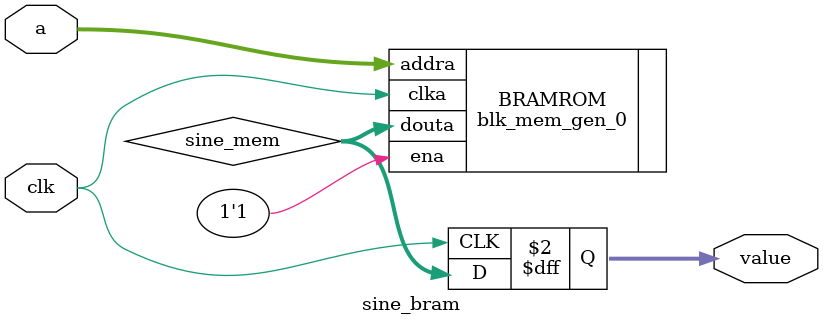
<source format=v>
`timescale 1ns / 1ps


module sine_bram(
    input clk,
    input [32:0] a,
    output reg [32:0] value
    );
    wire [32:0] sine_mem;      // Output from BRAM

    // Instantiate the BRAM IP core
    blk_mem_gen_0 BRAMROM (
        .clka(clk),                   // Connect the clock
        .addra(a),                   // Address input
        .douta(sine_mem),            // Output sine value
        .ena(1'b1)                   // Enable the memory
    );

    // Always block to register the output value on the clock edge
    always @(posedge clk) begin
        value <= sine_mem;           // Capture the sine value on the rising edge of the clock
    end

endmodule

</source>
